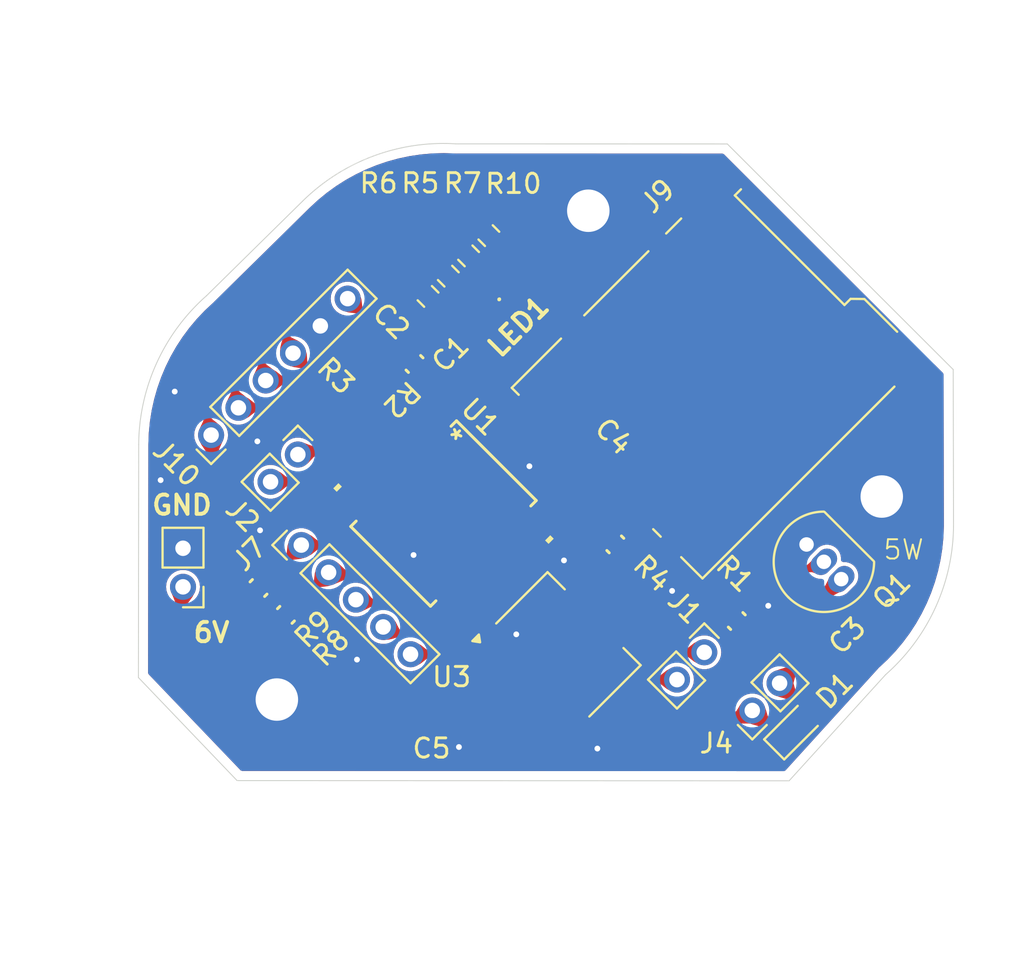
<source format=kicad_pcb>
(kicad_pcb (version 20240108) (generator "pcbnew") (generator_version "8.0")
  (layers (0 "F.Cu" signal) (31 "B.Cu" signal) (34 "B.Paste" user) (35 "F.Paste" user) (36 "B.SilkS" user "B.Silkscreen") (37 "F.SilkS" user "F.Silkscreen") (38 "B.Mask" user) (39 "F.Mask" user) (44 "Edge.Cuts" user))
  (net 0 "")
  (net 1 "GND")
  (net 2 "MCLR")
  (net 3 "LED_G")
  (net 4 "LED_B")
  (net 5 "LED_R")
  (net 6 "3.3V")
  (net 7 "SPI_SCK")
  (net 8 "SPI_nCS1")
  (net 9 "SPI_MOSI")
  (net 10 "SPI_MISO")
  (net 11 "RC2")
  (net 12 "Net-(U1-*MCLR{slash}VPP{slash}RA3)")
  (net 13 "SPI_nCS2")
  (net 14 "SPI_nCS3")
  (net 15 "ICSP_DATA")
  (net 16 "ICSP_CLK")
  (net 17 "RC1")
  (net 18 "Net-(Q1-C)")
  (net 19 "DAC")
  (net 20 "Net-(Q1-B)")
  (net 21 "VCC 3.3V")
  (net 22 "Speaker_in ")
  (net 23 "Speaker_out")
  (net 24 "Net-(LED1-CATHODE_GREEN)")
  (net 25 "Net-(LED1-CATHODE_BLUE)")
  (net 26 "Net-(LED1-CATHODE_RED)")
  (net 27 "SD_DETECT")
  (net 28 "RC7")
  (net 29 "RB7")
  (footprint "RT0603DRE0710KL:RC0603N_YAG" (layer "F.Cu") (at 79 77.75 135)
    (property "Reference" "R4" (at -2.404163 0.282843 -45) (layer "F.SilkS"))
    (property "Value" "10 kOhm" (hide yes))
    (fp_line (start 0.08615 -0.5334) (end -0.08615 -0.5334) (stroke (width 0.1524)) (layer "F.SilkS"))
    (fp_line (start -0.08615 0.5334) (end 0.08615 0.5334) (stroke (width 0.1524)) (layer "F.SilkS"))
    (pad "1" smd rect (at -0.774701 0 135) (size 0.762 0.8128) (layers "F.Cu" "F.Paste" "F.Mask") (net 6 "3.3V"))
    (pad "2" smd rect (at 0.774701 0 135) (size 0.762 0.8128) (layers "F.Cu" "F.Paste" "F.Mask") (net 8 "SPI_nCS1"))
    (zone (net 0) (net_name "") (layer "F.Cu") (connect_pads (clearance 0)) (min_thickness 0.254)
      (keepout (tracks not_allowed) (vias not_allowed) (pads allowed) (copperpour not_allowed) (footprints allowed))
      (fill (thermal_gap 0.508) (thermal_bridge_width 0.508))
      (polygon (pts (xy 78.99102 78.243914) (xy 78.506086 77.75898) (xy 79.00898 77.256086) (xy 79.493914 77.74102)))
    )
  )
  (footprint "C0603C103M5RAC7411:CAPC17595_87N_KEM" (layer "F.Cu") (at 88.65 82.75 135)
    (property "Reference" "C3" (at -1.484924 1.85262 45) (layer "F.SilkS"))
    (property "Value" "? uF")
    (pad "1" smd rect (at -0.724999 0 135) (size 0.999999 0.949998) (layers "F.Cu" "F.Paste" "F.Mask") (net 22 "Speaker_in "))
    (pad "2" smd rect (at 0.724999 0 135) (size 0.999999 0.949998) (layers "F.Cu" "F.Paste" "F.Mask") (net 18 "Net-(Q1-C)"))
    (zone (net 0) (net_name "") (layer "F.Cu") (connect_pads (clearance 0)) (min_thickness 0.254)
      (keepout (tracks not_allowed) (vias not_allowed) (pads allowed) (copperpour not_allowed) (footprints allowed))
      (fill (thermal_gap 0.508) (thermal_bridge_width 0.508))
      (polygon (pts (xy 88.473224 83.173132) (xy 88.226868 82.926776) (xy 88.826776 82.326868) (xy 89.073132 82.573224)))
    )
  )
  (footprint "Package_TO_SOT_SMD:SOT-223-3_TabPin2" (layer "F.Cu") (at 76.55 82.95 45)
    (property "Reference" "U3" (at -5.444722 -3.082986 0) (layer "F.SilkS"))
    (property "Value" "NCP1117-3.3_SOT223")
    (fp_line (start -1.85 -3.410001) (end 1.91 -3.41) (stroke (width 0.12)) (layer "F.SilkS"))
    (fp_line (start 1.91 -3.41) (end 1.91 -2.150001) (stroke (width 0.12)) (layer "F.SilkS"))
    (fp_line (start -1.85 3.410001) (end 1.91 3.41) (stroke (width 0.12)) (layer "F.SilkS"))
    (fp_line (start 1.91 3.41) (end 1.91 2.150001) (stroke (width 0.12)) (layer "F.SilkS"))
    (fp_poly (pts (xy -3.13 -3.31) (xy -3.37 -3.64) (xy -2.89 -3.64) (xy -3.13 -3.31)) (stroke (width 0.12)) (fill solid) (layer "F.SilkS"))
    (pad "1" smd roundrect (at -3.15 -2.3 45) (size 2 1.5) (layers "F.Cu" "F.Paste" "F.Mask") (net 1 "GND"))
    (pad "2" smd roundrect (at -3.149999 0 45) (size 2 1.5) (layers "F.Cu" "F.Paste" "F.Mask") (net 6 "3.3V"))
    (pad "2" smd roundrect (at 3.149999 0 45) (size 2 3.8) (layers "F.Cu" "F.Paste" "F.Mask") (net 6 "3.3V"))
    (pad "3" smd roundrect (at -3.15 2.3 45) (size 2 1.5) (layers "F.Cu" "F.Paste" "F.Mask") (net 23 "Speaker_out"))
  )
  (footprint "Connector_Card:microSD_HC_Hirose_DM3BT-DSF-PEJS" (layer "F.Cu") (at 84.15 69 135)
    (property "Reference" "J9" (at 8.662058 4.490128 45) (layer "F.SilkS"))
    (property "Value" "DM3BT-DSF-PEJS")
    (fp_line (start 6.985 -7.885) (end 6.984999 -4.275) (stroke (width 0.12)) (layer "F.SilkS"))
    (fp_line (start 6.474999 -7.885) (end 6.985 -7.885) (stroke (width 0.12)) (layer "F.SilkS"))
    (fp_line (start 6.985 -2.575) (end 6.985 2.125) (stroke (width 0.12)) (layer "F.SilkS"))
    (fp_line (start -3.374999 -7.885) (end -3.925 -7.885) (stroke (width 0.12)) (layer "F.SilkS"))
    (fp_line (start 6.985 3.425) (end 6.985 4.525) (stroke (width 0.12)) (layer "F.SilkS"))
    (fp_line (start -6.985 -7.885) (end -5.425 -7.885) (stroke (width 0.12)) (layer "F.SilkS"))
    (fp_line (start -6.985 -7.885) (end -6.984999 6.175) (stroke (width 0.12)) (layer "F.SilkS"))
    (fp_line (start 5.865 7.335) (end 5.865 7.785) (stroke (width 0.12)) (layer "F.SilkS"))
    (fp_line (start 5.865 7.335) (end -2.165 7.335) (stroke (width 0.12)) (layer "F.SilkS"))
    (fp_line (start -2.165 7.335) (end -2.165 7.785) (stroke (width 0.12)) (layer "F.SilkS"))
    (fp_line (start -2.665 8.275) (end -2.165 7.785) (stroke (width 0.12)) (layer "F.SilkS"))
    (fp_line (start -5.075 8.285) (end -2.675 8.285) (stroke (width 0.12)) (layer "F.SilkS"))
    (pad "1" smd rect (at -2.775 -7.625 135) (size 0.7 1.4) (layers "F.Cu" "F.Paste" "F.Mask"))
    (pad "2" smd rect (at -1.675 -7.625 135) (size 0.7 1.4) (layers "F.Cu" "F.Paste" "F.Mask") (net 8 "SPI_nCS1"))
    (pad "3" smd rect (at -0.575 -7.625 135) (size 0.7 1.4) (layers "F.Cu" "F.Paste" "F.Mask") (net 9 "SPI_MOSI"))
    (pad "4" smd rect (at 0.525 -7.625 135) (size 0.7 1.4) (layers "F.Cu" "F.Paste" "F.Mask") (net 6 "3.3V"))
    (pad "5" smd rect (at 1.625 -7.625 135) (size 0.7 1.4) (layers "F.Cu" "F.Paste" "F.Mask") (net 7 "SPI_SCK"))
    (pad "6" smd rect (at 2.725 -7.625 135) (size 0.7 1.4) (layers "F.Cu" "F.Paste" "F.Mask") (net 1 "GND"))
    (pad "7" smd rect (at 3.825 -7.625 135) (size 0.7 1.4) (layers "F.Cu" "F.Paste" "F.Mask") (net 10 "SPI_MISO"))
    (pad "8" smd rect (at 4.925 -7.625 135) (size 0.7 1.4) (layers "F.Cu" "F.Paste" "F.Mask"))
    (pad "9" smd rect (at 5.875 -7.725 135) (size 0.7 1.2) (layers "F.Cu" "F.Paste" "F.Mask") (net 27 "SD_DETECT"))
    (pad "10" smd rect (at 6.725 2.775 135) (size 1.2 0.8) (layers "F.Cu" "F.Paste" "F.Mask") (net 1 "GND"))
    (pad "11" smd rect (at -6.575001 7.375 135) (size 1.5 1.9) (layers "F.Cu" "F.Paste" "F.Mask"))
    (pad "11" smd rect (at -5.825 7.825001 180) (size 0.2 0.2) (layers "F.Cu" "F.Paste" "F.Mask"))
    (pad "11" smd rect (at -5.575 8.075 135) (size 0.5 0.5) (layers "F.Cu" "F.Paste" "F.Mask"))
    (pad "11" smd rect (at -4.675 -7.625 135) (size 1 1.4) (layers "F.Cu" "F.Paste" "F.Mask"))
    (pad "11" smd rect (at 6.725 -3.425 135) (size 1.2 1.2) (layers "F.Cu" "F.Paste" "F.Mask"))
    (pad "11" smd rect (at 6.725 6.375 135) (size 1.2 3.2) (layers "F.Cu" "F.Paste" "F.Mask"))
    (zone (net 0) (net_name "") (layer "F.Cu") (connect_pads (clearance 0)) (min_thickness 0.254)
      (keepout (tracks not_allowed) (vias not_allowed) (pads not_allowed) (copperpour not_allowed) (footprints not_allowed))
      (fill (thermal_gap 0.508) (thermal_bridge_width 0.508))
      (polygon (pts (xy 76.725379 67.267588) (xy 76.195049 66.737258) (xy 73.896952 69.035355) (xy 74.427282 69.565685)))
    )
    (zone (net 0) (net_name "") (layer "F.Cu") (connect_pads (clearance 0)) (min_thickness 0.254)
      (keepout (tracks not_allowed) (vias not_allowed) (pads not_allowed) (copperpour not_allowed) (footprints not_allowed))
      (fill (thermal_gap 0.508) (thermal_bridge_width 0.508))
      (polygon (pts (xy 80.119491 63.873476) (xy 79.589161 63.343146) (xy 77.043577 65.88873) (xy 77.573907 66.41906)))
    )
  )
  (footprint "RT0402BRD07470RL:RC0402N_YAG" (layer "F.Cu") (at 66.05 70.55 135)
    (property "Reference" "R3" (at 2.158325 0.010177 -45) (layer "F.SilkS"))
    (property "Value" "470 Ohm" (hide yes))
    (pad "1" smd rect (at -0.5588 0 135) (size 0.6604 0.508) (layers "F.Cu" "F.Paste" "F.Mask") (net 12 "Net-(U1-*MCLR{slash}VPP{slash}RA3)"))
    (pad "2" smd rect (at 0.5588 0 135) (size 0.6604 0.508) (layers "F.Cu" "F.Paste" "F.Mask") (net 2 "MCLR"))
    (zone (net 0) (net_name "") (layer "F.Cu") (connect_pads (clearance 0)) (min_thickness 0.254)
      (keepout (tracks not_allowed) (vias not_allowed) (pads allowed) (copperpour not_allowed) (footprints allowed))
      (fill (thermal_gap 0.508) (thermal_bridge_width 0.508))
      (polygon (pts (xy 66.032039 70.819408) (xy 65.780592 70.567961) (xy 66.067961 70.280592) (xy 66.319408 70.532039)))
    )
  )
  (footprint "C0603C103M5RAC7411:CAPC17595_87N_KEM" (layer "F.Cu") (at 66.25 68.45 135)
    (property "Reference" "C2" (at 0.799031 2.411234 -45) (layer "F.SilkS"))
    (property "Value" "0.1 uF" (hide yes))
    (pad "1" smd rect (at -0.724999 0 135) (size 0.999999 0.949998) (layers "F.Cu" "F.Paste" "F.Mask") (net 2 "MCLR"))
    (pad "2" smd rect (at 0.724999 0 135) (size 0.999999 0.949998) (layers "F.Cu" "F.Paste" "F.Mask") (net 1 "GND"))
    (zone (net 0) (net_name "") (layer "F.Cu") (connect_pads (clearance 0)) (min_thickness 0.254)
      (keepout (tracks not_allowed) (vias not_allowed) (pads allowed) (copperpour not_allowed) (footprints allowed))
      (fill (thermal_gap 0.508) (thermal_bridge_width 0.508))
      (polygon (pts (xy 66.073224 68.873132) (xy 65.826868 68.626776) (xy 66.426776 68.026868) (xy 66.673132 68.273224)))
    )
  )
  (footprint "Connector_PinHeader_2.00mm:PinHeader_1x05_P2.00mm_Vertical" (layer "F.Cu") (at 62.735786 77.785786 45)
    (property "Reference" "J7" (at -2.227386 -1.570889 45) (layer "F.SilkS"))
    (property "Value" "SPI_out")
    (fp_line (start -1.06 -1.06) (end 0 -1.06) (stroke (width 0.12)) (layer "F.SilkS"))
    (fp_line (start -1.06 0) (end -1.06 -1.06) (stroke (width 0.12)) (layer "F.SilkS"))
    (fp_line (start -1.06 1) (end 1.06 1) (stroke (width 0.12)) (layer "F.SilkS"))
    (fp_line (start -1.06 1) (end -1.06 9.06) (stroke (width 0.12)) (layer "F.SilkS"))
    (fp_line (start 1.06 1) (end 1.06 9.06) (stroke (width 0.12)) (layer "F.SilkS"))
    (fp_line (start -1.06 9.06) (end 1.06 9.06) (stroke (width 0.12)) (layer "F.SilkS"))
    (pad "1" thru_hole oval (at 0 0 45) (size 1.35 1.35) (drill 0.8) (layers "*.Cu" "*.Mask") (net 13 "SPI_nCS2"))
    (pad "2" thru_hole oval (at 0 2.000001 45) (size 1.35 1.35) (drill 0.8) (layers "*.Cu" "*.Mask") (net 14 "SPI_nCS3"))
    (pad "3" thru_hole oval (at 0 4 45) (size 1.35 1.35) (drill 0.8) (layers "*.Cu" "*.Mask") (net 10 "SPI_MISO"))
    (pad "4" thru_hole oval (at 0 6 45) (size 1.35 1.35) (drill 0.8) (layers "*.Cu" "*.Mask") (net 7 "SPI_SCK"))
    (pad "5" thru_hole oval (at 0 8 45) (size 1.35 1.35) (drill 0.8) (layers "*.Cu" "*.Mask") (net 9 "SPI_MOSI"))
  )
  (footprint "Connector_PinHeader_2.00mm:PinHeader_1x06_P2.00mm_Vertical" (layer "F.Cu") (at 58.064466 72.085534 135)
    (property "Reference" "J10" (at 0.226274 -2.311484 135) (layer "F.SilkS"))
    (property "Value" "Conn_01x06")
    (fp_line (start 1.06 1) (end 1.06 11.06) (stroke (width 0.12)) (layer "F.SilkS"))
    (fp_line (start -1.06 -1.06) (end 0 -1.06) (stroke (width 0.12)) (layer "F.SilkS"))
    (fp_line (start -1.06 0) (end -1.06 -1.06) (stroke (width 0.12)) (layer "F.SilkS"))
    (fp_line (start -1.06 1) (end 1.06 1) (stroke (width 0.12)) (layer "F.SilkS"))
    (fp_line (start -1.06 1) (end -1.06 11.06) (stroke (width 0.12)) (layer "F.SilkS"))
    (fp_line (start -1.06 11.06) (end 1.06 11.06) (stroke (width 0.12)) (layer "F.SilkS"))
    (pad "1" thru_hole oval (at 0 0 135) (size 1.35 1.35) (drill 0.8) (layers "*.Cu" "*.Mask") (net 6 "3.3V"))
    (pad "2" thru_hole oval (at 0 2.000001 135) (size 1.35 1.35) (drill 0.8) (layers "*.Cu" "*.Mask") (net 4 "LED_B"))
    (pad "3" thru_hole oval (at 0 4 135) (size 1.35 1.35) (drill 0.8) (layers "*.Cu" "*.Mask") (net 3 "LED_G"))
    (pad "4" thru_hole oval (at 0 6 135) (size 1.35 1.35) (drill 0.8) (layers "*.Cu" "*.Mask") (net 5 "LED_R"))
    (pad "5" thru_hole trapezoid (at 0 8 135) (size 1.35 1.35) (drill 0.8) (layers "*.Cu" "*.Mask") (net 1 "GND"))
    (pad "6" thru_hole oval (at 0 10 135) (size 1.35 1.35) (drill 0.8) (layers "*.Cu" "*.Mask") (net 2 "MCLR"))
  )
  (footprint "Resistor_SMD:R_0603_1608Metric" (layer "F.Cu") (at 69.3 64.900001 135)
    (property "Reference" "R6" (at 5.960911 2.340524 0) (layer "F.SilkS"))
    (property "Value" "130")
    (fp_line (start -0.237258 -0.5225) (end 0.237258 -0.5225) (stroke (width 0.12)) (layer "F.SilkS"))
    (fp_line (start -0.237258 0.5225) (end 0.237258 0.5225) (stroke (width 0.12)) (layer "F.SilkS"))
    (pad "1" smd roundrect (at -0.825 0 135) (size 0.8 0.95) (layers "F.Cu" "F.Paste" "F.Mask") (net 26 "Net-(LED1-CATHODE_RED)"))
    (pad "2" smd roundrect (at 0.825 0 135) (size 0.8 0.95) (layers "F.Cu" "F.Paste" "F.Mask") (net 5 "LED_R"))
  )
  (footprint "RT0603DRE0710KL:RC0603N_YAG" (layer "F.Cu") (at 85.29 81.72 135)
    (property "Reference" "R1" (at 1.803122 1.661701 -45) (layer "F.SilkS"))
    (property "Value" "10 kOhm")
    (fp_line (start 0.08615 -0.5334) (end -0.08615 -0.5334) (stroke (width 0.1524)) (layer "F.SilkS"))
    (fp_line (start -0.08615 0.5334) (end 0.08615 0.5334) (stroke (width 0.1524)) (layer "F.SilkS"))
    (pad "1" smd rect (at -0.774701 0 135) (size 0.762 0.8128) (layers "F.Cu" "F.Paste" "F.Mask") (net 19 "DAC"))
    (pad "2" smd rect (at 0.774701 0 135) (size 0.762 0.8128) (layers "F.Cu" "F.Paste" "F.Mask") (net 20 "Net-(Q1-B)"))
    (zone (net 0) (net_name "") (layer "F.Cu") (connect_pads (clearance 0)) (min_thickness 0.254)
      (keepout (tracks not_allowed) (vias not_allowed) (pads allowed) (copperpour not_allowed) (footprints allowed))
      (fill (thermal_gap 0.508) (thermal_bridge_width 0.508))
      (polygon (pts (xy 85.28102 82.213914) (xy 84.796086 81.72898) (xy 85.29898 81.226086) (xy 85.783914 81.71102)))
    )
  )
  (footprint "C0603C103M5RAC7411:CAPC17595_87N_KEM" (layer "F.Cu") (at 72.5 87.52 -90)
    (property "Reference" "C5" (at 0.8 3.02 0) (layer "F.SilkS"))
    (property "Value" "? uF")
    (pad "1" smd rect (at -0.724999 0 270) (size 0.999999 0.949998) (layers "F.Cu" "F.Paste" "F.Mask") (net 23 "Speaker_out"))
    (pad "2" smd rect (at 0.724999 0 270) (size 0.999999 0.949998) (layers "F.Cu" "F.Paste" "F.Mask") (net 1 "GND"))
    (zone (net 0) (net_name "") (layer "F.Cu") (connect_pads (clearance 0)) (min_thickness 0.254)
      (keepout (tracks not_allowed) (vias not_allowed) (pads allowed) (copperpour not_allowed) (footprints allowed))
      (fill (thermal_gap 0.508) (thermal_bridge_width 0.508))
      (polygon (pts (xy 72.924199 87.3458) (xy 72.924199 87.6942) (xy 72.075801 87.6942) (xy 72.075801 87.3458)))
    )
  )
  (footprint "Connector_PinHeader_2.00mm:PinHeader_1x02_P2.00mm_Vertical" (layer "F.Cu") (at 86.092893 86.357107 135)
    (property "Reference" "J4" (at 0.113137 -2.521391 0) (layer "F.SilkS"))
    (property "Value" "Aout")
    (fp_line (start 1.06 1) (end 1.06 3.06) (stroke (width 0.12)) (layer "F.SilkS"))
    (fp_line (start -1.06 -1.06) (end 0 -1.06) (stroke (width 0.12)) (layer "F.SilkS"))
    (fp_line (start -1.06 0) (end -1.06 -1.06) (stroke (width 0.12)) (layer "F.SilkS"))
    (fp_line (start -1.06 1) (end 1.06 1) (stroke (width 0.12)) (layer "F.SilkS"))
    (fp_line (start -1.06 1) (end -1.06 3.06) (stroke (width 0.12)) (layer "F.SilkS"))
    (fp_line (start -1.06 3.06) (end 1.06 3.06) (stroke (width 0.12)) (layer "F.SilkS"))
    (pad "1" thru_hole oval (at 0 0 135) (size 1.35 1.35) (drill 0.8) (layers "*.Cu" "*.Mask") (net 23 "Speaker_out"))
    (pad "2" thru_hole circle (at 0 2.000001 135) (size 1.35 1.35) (drill 0.8) (layers "*.Cu" "*.Mask") (net 22 "Speaker_in "))
  )
  (footprint "Resistor_SMD:R_0603_1608Metric" (layer "F.Cu") (at 72.45 61.75 135)
    (property "Reference" "R10" (at 1.004092 2.800143 0) (layer "F.SilkS"))
    (property "Value" "130")
    (fp_line (start -0.237258 -0.5225) (end 0.237258 -0.5225) (stroke (width 0.12)) (layer "F.SilkS"))
    (fp_line (start -0.237258 0.5225) (end 0.237258 0.5225) (stroke (width 0.12)) (layer "F.SilkS"))
    (pad "1" smd roundrect (at -0.825 0 135) (size 0.8 0.95) (layers "F.Cu" "F.Paste" "F.Mask") (net 25 "Net-(LED1-CATHODE_BLUE)"))
    (pad "2" smd roundrect (at 0.825 0 135) (size 0.8 0.95) (layers "F.Cu" "F.Paste" "F.Mask") (net 4 "LED_B"))
  )
  (footprint "Diode_SMD:D_0603_1608Metric_Pad1.05x0.95mm_HandSolder" (layer "F.Cu") (at 88.4 87.2 45)
    (property "Reference" "D1" (at 2.71529 0.056569 45) (layer "F.SilkS"))
    (property "Value" "D")
    (fp_line (start -1.66 -0.735) (end -1.66 0.735) (stroke (width 0.12)) (layer "F.SilkS"))
    (fp_line (start -1.66 0.735) (end 0.8 0.735) (stroke (width 0.12)) (layer "F.SilkS"))
    (fp_line (start 0.8 -0.735) (end -1.66 -0.735) (stroke (width 0.12)) (layer "F.SilkS"))
    (pad "1" smd roundrect (at -0.874999 0 45) (size 1.05 0.95) (layers "F.Cu" "F.Paste" "F.Mask") (net 23 "Speaker_out"))
    (pad "2" smd roundrect (at 0.874999 0 45) (size 1.05 0.95) (layers "F.Cu" "F.Paste" "F.Mask") (net 22 "Speaker_in "))
  )
  (footprint "Connector_PinHeader_2.00mm:PinHeader_1x02_P2.00mm_Vertical" (layer "F.Cu") (at 62.557107 73.092893 -45)
    (property "Reference" "J2" (at 0.212132 4.252692 135) (layer "F.SilkS"))
    (property "Value" "PowerSupply")
    (fp_line (start -1.06 3.06) (end 1.06 3.06) (stroke (width 0.12)) (layer "F.SilkS"))
    (fp_line (start -1.06 1) (end -1.06 3.06) (stroke (width 0.12)) (layer "F.SilkS"))
    (fp_line (start -1.06 1) (end 1.06 1) (stroke (width 0.12)) (layer "F.SilkS"))
    (fp_line (start -1.06 0) (end -1.06 -1.06) (stroke (width 0.12)) (layer "F.SilkS"))
    (fp_line (start -1.06 -1.06) (end 0 -1.06) (stroke (width 0.12)) (layer "F.SilkS"))
    (fp_line (start 1.06 1) (end 1.06 3.06) (stroke (width 0.12)) (layer "F.SilkS"))
    (pad "1" thru_hole oval (at 0 0 315) (size 1.35 1.35) (drill 0.8) (layers "*.Cu" "*.Mask") (net 28 "RC7"))
    (pad "2" thru_hole oval (at 0 2.000001 315) (size 1.35 1.35) (drill 0.8) (layers "*.Cu" "*.Mask") (net 29 "RB7"))
  )
  (footprint "MountingHole:MountingHole_2.2mm_M2_DIN965_Pad" (layer "F.Cu") (at 77.6 60.46)
    (property "Reference" "REF**" (hide yes))
    (property "Value" "MountingHole_2.2mm_M2_DIN965_Pad")
    (pad "1" thru_hole circle (at 0 0) (size 3.8 3.8) (drill 2.2) (layers "*.Cu" "*.Mask") (net 1 "GND"))
  )
  (footprint "MountingHole:MountingHole_2.2mm_M2_DIN965_Pad" (layer "F.Cu") (at 92.8 75.27)
    (property "Reference" "REF**" (hide yes))
    (property "Value" "MountingHole_2.2mm_M2_DIN965_Pad" (hide yes))
    (pad "1" thru_hole circle (at 0 0) (size 3.8 3.8) (drill 2.2) (layers "*.Cu" "*.Mask") (net 1 "GND"))
  )
  (footprint "Connector_PinHeader_2.00mm:PinHeader_1x02_P2.00mm_Vertical" (layer "F.Cu") (at 56.61 79.95 180)
    (property "Reference" "J3" (hide yes))
    (property "Value" "PowerSupply")
    (fp_line (start 1.06 1) (end 1.06 3.06) (stroke (width 0.12)) (layer "F.SilkS"))
    (fp_line (start -1.06 3.06) (end 1.06 3.06) (stroke (width 0.12)) (layer "F.SilkS"))
    (fp_line (start -1.06 1) (end 1.06 1) (stroke (width 0.12)) (layer "F.SilkS"))
    (fp_line (start -1.06 1) (end -1.06 3.06) (stroke (width 0.12)) (layer "F.SilkS"))
    (fp_line (start -1.06 0) (end -1.06 -1.06) (stroke (width 0.12)) (layer "F.SilkS"))
    (fp_line (start -1.06 -1.06) (end 0 -1.06) (stroke (width 0.12)) (layer "F.SilkS"))
    (pad "1" thru_hole oval (at 0 0 180) (size 1.35 1.35) (drill 0.8) (layers "*.Cu" "*.Mask") (net 23 "Speaker_out"))
    (pad "2" thru_hole trapezoid (at 0 2 180) (size 1.35 1.35) (drill 0.8) (layers "*.Cu" "*.Mask") (net 1 "GND"))
  )
  (footprint "ASCB-HTC2-0A309:ASCBHTC20A309" (layer "F.Cu") (at 72.049999 65.6 45)
    (property "Reference" "LED1" (at 0.756605 1.972829 -135) (layer "F.SilkS") (effects (font (thickness 0.2) (bold yes))))
    (property "Value" "ASCB-HTC2-0A309" (hide yes))
    (fp_line (start 1 0.275) (end 1 0.275) (stroke (width 0.1)) (layer "F.SilkS"))
    (fp_line (start 1.1 0.275) (end 1.1 0.275) (stroke (width 0.1)) (layer "F.SilkS"))
    (fp_arc (start 1 0.275) (mid 1.05 0.224999) (end 1.1 0.275) (stroke (width 0.1)) (layer "F.SilkS"))
    (fp_arc (start 1.1 0.275) (mid 1.05 0.325) (end 1 0.275) (stroke (width 0.1)) (layer "F.SilkS"))
    (pad "1" smd rect (at 0.388 0.275 135) (size 0.35 0.525) (layers "F.Cu" "F.Paste" "F.Mask") (net 6 "3.3V"))
    (pad "2" smd rect (at 0.388 -0.275 135) (size 0.35 0.525) (layers "F.Cu" "F.Paste" "F.Mask") (net 25 "Net-(LED1-CATHODE_BLUE)"))
    (pad "3" smd rect (at -0.388 -0.275 135) (size 0.35 0.525) (layers "F.Cu" "F.Paste" "F.Mask") (net 24 "Net-(LED1-CATHODE_GREEN)"))
    (pad "4" smd rect (at -0.388 0.275 135) (size 0.35 0.525) (layers "F.Cu" "F.Paste" "F.Mask") (net 26 "Net-(LED1-CATHODE_RED)"))
  )
  (footprint "C0603C103M5RAC7411:CAPC17595_87N_KEM" (layer "F.Cu") (at 70.862652 69.537348 -135)
    (property "Reference" "C1" (at -0.887204 1.45664 45) (layer "F.SilkS"))
    (property "Value" "0.1 uF" (hide yes))
    (pad "1" smd rect (at -0.724999 0 225) (size 0.999999 0.949998) (layers "F.Cu" "F.Paste" "F.Mask") (net 1 "GND"))
    (pad "2" smd rect (at 0.724999 0 225) (size 0.999999 0.949998) (layers "F.Cu" "F.Paste" "F.Mask") (net 21 "VCC 3.3V"))
    (zone (net 0) (net_name "") (layer "F.Cu") (connect_pads (clearance 0)) (min_thickness 0.254)
      (keepout (tracks not_allowed) (vias not_allowed) (pads allowed) (copperpour not_allowed) (footprints allowed))
      (fill (thermal_gap 0.508) (thermal_bridge_width 0.508))
      (polygon (pts (xy 71.285784 69.714124) (xy 71.039428 69.96048) (xy 70.43952 69.360572) (xy 70.685876 69.114216)))
    )
  )
  (footprint "Connector_PinHeader_2.00mm:PinHeader_1x02_P2.00mm_Vertical" (layer "F.Cu") (at 83.607107 83.342893 -45)
    (property "Reference" "J1" (at -2.368808 -0.944543 135) (layer "F.SilkS"))
    (property "Value" "PowerSupply")
    (fp_line (start -1.06 3.06) (end 1.06 3.06) (stroke (width 0.12)) (layer "F.SilkS"))
    (fp_line (start -1.06 1) (end -1.06 3.06) (stroke (width 0.12)) (layer "F.SilkS"))
    (fp_line (start -1.06 1) (end 1.06 1) (stroke (width 0.12)) (layer "F.SilkS"))
    (fp_line (start -1.06 0) (end -1.06 -1.06) (stroke (width 0.12)) (layer "F.SilkS"))
    (fp_line (start -1.06 -1.06) (end 0 -1.06) (stroke (width 0.12)) (layer "F.SilkS"))
    (fp_line (start 1.06 1) (end 1.06 3.06) (stroke (width 0.12)) (layer "F.SilkS"))
    (pad "1" thru_hole oval (at 0 0 315) (size 1.35 1.35) (drill 0.8) (layers "*.Cu" "*.Mask") (net 15 "ICSP_DATA"))
    (pad "2" thru_hole oval (at 0 2.000001 315) (size 1.35 1.35) (drill 0.8) (layers "*.Cu" "*.Mask") (net 16 "ICSP_CLK"))
  )
  (footprint "MountingHole:MountingHole_2.2mm_M2_DIN965_Pad" (layer "F.Cu") (at 61.47 85.79)
    (property "Reference" "REF**" (hide yes))
    (property "Value" "MountingHole_2.2mm_M2_DIN965_Pad")
    (pad "1" thru_hole circle (at 0 0) (size 3.8 3.8) (drill 2.2) (layers "*.Cu" "*.Mask") (net 1 "GND"))
  )
  (footprint "Package_TO_SOT_THT:TO-92_Inline" (layer "F.Cu") (at 90.7 79.55 135)
    (property "Reference" "Q1" (at -2.276884 1.428356 45) (layer "F.SilkS"))
    (property "Value" "BC338" (hide yes))
    (fp_line (start -0.53 1.85) (end 3.07 1.85) (stroke (width 0.12)) (layer "F.SilkS"))
    (fp_arc (start 1.27 -2.6) (mid 3.672088 -0.994977) (end 3.108478 1.838478) (stroke (width 0.12)) (layer "F.SilkS"))
    (fp_arc (start -0.568478 1.838478) (mid -1.132088 -0.994977) (end 1.27 -2.6) (stroke (width 0.12)) (layer "F.SilkS"))
    (pad "1" thru_hole oval (at 0 0 135) (size 1.05 1.5) (drill 0.75) (layers "*.Cu" "*.Mask") (net 18 "Net-(Q1-C)"))
    (pad "2" thru_hole oval (at 1.270001 0 135) (size 1.05 1.5) (drill 0.75) (layers "*.Cu" "*.Mask") (net 20 "Net-(Q1-B)"))
    (pad "3" thru_hole trapezoid (at 2.54 0 135) (size 1.05 1.5) (drill 0.75) (layers "*.Cu" "*.Mask") (net 1 "GND"))
  )
  (footprint "RT0603DRE0710KL:RC0603N_YAG" (layer "F.Cu") (at 68.6 68.4 135)
    (property "Reference" "R2" (at -0.848528 -1.767767 -135) (layer "F.SilkS"))
    (property "Value" "10 kOhm" (hide yes))
    (fp_line (start 0.08615 -0.5334) (end -0.08615 -0.5334) (stroke (width 0.1524)) (layer "F.SilkS"))
    (fp_line (start -0.08615 0.5334) (end 0.08615 0.5334) (stroke (width 0.1524)) (layer "F.SilkS"))
    (pad "1" smd rect (at -0.774701 0 135) (size 0.762 0.8128) (layers "F.Cu" "F.Paste" "F.Mask") (net 21 "VCC 3.3V"))
    (pad "2" smd rect (at 0.774701 0 135) (size 0.762 0.8128) (layers "F.Cu" "F.Paste" "F.Mask") (net 2 "MCLR"))
    (zone (net 0) (net_name "") (layer "F.Cu") (connect_pads (clearance 0)) (min_thickness 0.254)
      (keepout (tracks not_allowed) (vias not_allowed) (pads allowed) (copperpour not_allowed) (footprints allowed))
      (fill (thermal_gap 0.508) (thermal_bridge_width 0.508))
      (polygon (pts (xy 68.59102 68.893914) (xy 68.106086 68.40898) (xy 68.60898 67.906086) (xy 69.093914 68.39102)))
    )
  )
  (footprint "C0603C103M5RAC7411:CAPC17595_87N_KEM" (layer "F.Cu") (at 76.38 75 135)
    (property "Reference" "C4" (at 0.233345 3.797163 -45) (layer "F.SilkS"))
    (property "Value" "0.1 uF")
    (pad "1" smd rect (at -0.724999 0 135) (size 0.999999 0.949998) (layers "F.Cu" "F.Paste" "F.Mask") (net 6 "3.3V"))
    (pad "2" smd rect (at 0.724999 0 135) (size 0.999999 0.949998) (layers "F.Cu" "F.Paste" "F.Mask") (net 1 "GND"))
    (zone (net 0) (net_name "") (layer "F.Cu") (connect_pads (clearance 0)) (min_thickness 0.254)
      (keepout (tracks not_allowed) (vias not_allowed) (pads allowed) (copperpour not_allowed) (footprints allowed))
      (fill (thermal_gap 0.508) (thermal_bridge_width 0.508))
      (polygon (pts (xy 76.203224 75.423132) (xy 75.956868 75.176776) (xy 76.556776 74.576868) (xy 76.803132 74.823224)))
    )
  )
  (footprint "RT0603DRE0710KL:RC0603N_YAG" (layer "F.Cu") (at 61.94 81.4 45)
    (property "Reference" "R8" (at 0.445477 2.863782 45) (layer "F.SilkS"))
    (property "Value" "10 kOhm" (hide yes))
    (fp_line (start 0.08615 -0.5334) (end -0.08615 -0.5334) (stroke (width 0.1524)) (layer "F.SilkS"))
    (fp_line (start -0.08615 0.5334) (end 0.08615 0.5334) (stroke (width 0.1524)) (layer "F.SilkS"))
    (pad "1" smd rect (at -0.774701 0 45) (size 0.762 0.8128) (layers "F.Cu" "F.Paste" "F.Mask") (net 6 "3.3V"))
    (pad "2" smd rect (at 0.774701 0 45) (size 0.762 0.8128) (layers "F.Cu" "F.Paste" "F.Mask") (net 14 "SPI_nCS3"))
    (zone (net 0) (net_name "") (layer "F.Cu") (connect_pads (clearance 0)) (min_thickness 0.254)
      (keepout (tracks not_allowed) (vias not_allowed) (pads allowed) (copperpour not_allowed) (footprints allowed))
      (fill (thermal_gap 0.508) (thermal_bridge_width 0.508))
      (polygon (pts (xy 61.446086 81.39102) (xy 61.93102 80.906086) (xy 62.433914 81.40898) (xy 61.94898 81.893914)))
    )
  )
  (footprint "RT0603DRE0710KL:RC0603N_YAG" (layer "F.Cu") (at 60.52 80.01 45)
    (property "Reference" "R9" (at 0.487904 3.514321 45) (layer "F.SilkS"))
    (property "Value" "10 kOhm" (hide yes))
    (fp_line (start 0.08615 -0.5334) (end -0.08615 -0.5334) (stroke (width 0.1524)) (layer "F.SilkS"))
    (fp_line (start -0.08615 0.5334) (end 0.08615 0.5334) (stroke (width 0.1524)) (layer "F.SilkS"))
    (pad "1" smd rect (at -0.774701 0 45) (size 0.762 0.8128) (layers "F.Cu" "F.Paste" "F.Mask") (net 6 "3.3V"))
    (pad "2" smd rect (at 0.774701 0 45) (size 0.762 0.8128) (layers "F.Cu" "F.Paste" "F.Mask") (net 13 "SPI_nCS2"))
    (zone (net 0) (net_name "") (layer "F.Cu") (connect_pads (clearance 0)) (min_thickness 0.254)
      (keepout (tracks not_allowed) (vias not_allowed) (pads allowed) (copperpour not_allowed) (footprints allowed))
      (fill (thermal_gap 0.508) (thermal_bridge_width 0.508))
      (polygon (pts (xy 60.026086 80.00102) (xy 60.51102 79.516086) (xy 61.013914 80.01898) (xy 60.52898 80.503914)))
    )
  )
  (footprint "PIC18F15Q41-I-SS:SSOP20_SS_MCH" (layer "F.Cu") (at 70.1 76.15 -45)
    (property "Reference" "U1" (at -2.192031 -4.879037 -45) (layer "F.SilkS"))
    (property "Value" "PIC18F15Q41-I/SS" (hide yes))
    (fp_line (start -2.921 3.8735) (end 2.921 3.8735) (stroke (width 0.1524)) (layer "F.SilkS"))
    (fp_line (start -2.921 3.473238) (end -2.921 3.8735) (stroke (width 0.1524)) (layer "F.SilkS"))
    (fp_line (start 2.921 3.8735) (end 2.920999 3.47324) (stroke (width 0.1524)) (layer "F.SilkS"))
    (fp_line (start -2.921 -3.8735) (end -2.920999 -3.47324) (stroke (width 0.1524)) (layer "F.SilkS"))
    (fp_line (start 2.921 -3.473238) (end 2.921 -3.8735) (stroke (width 0.1524)) (layer "F.SilkS"))
    (fp_line (start 2.921 -3.8735) (end -2.921 -3.8735) (stroke (width 0.1524)) (layer "F.SilkS"))
    (fp_poly (pts (xy -4.9601 2.734498) (xy -4.960099 3.115498) (xy -4.706099 3.115498) (xy -4.706099 2.734499)) (fill solid) (layer "F.SilkS"))
    (fp_poly (pts (xy 4.960099 -3.115498) (xy 4.9601 -2.734498) (xy 4.706099 -2.734499) (xy 4.706099 -3.115498)) (fill solid) (layer "F.SilkS"))
    (fp_text user "*" (at -2.439518 -3.075914 135) (layer "F.SilkS"))
    (pad "1" smd rect (at -3.6322 -2.925 315) (size 1.639799 0.431) (layers "F.Cu" "F.Paste" "F.Mask") (net 21 "VCC 3.3V"))
    (pad "2" smd rect (at -3.6322 -2.274999 315) (size 1.639799 0.431) (layers "F.Cu" "F.Paste" "F.Mask") (net 27 "SD_DETECT"))
    (pad "3" smd rect (at -3.6322 -1.625001 315) (size 1.639799 0.431) (layers "F.Cu" "F.Paste" "F.Mask") (net 14 "SPI_nCS3"))
    (pad "4" smd rect (at -3.6322 -0.974999 315) (size 1.639799 0.431) (layers "F.Cu" "F.Paste" "F.Mask") (net 12 "Net-(U1-*MCLR{slash}VPP{slash}RA3)"))
    (pad "5" smd rect (at -3.6322 -0.325001 315) (size 1.639799 0.431) (layers "F.Cu" "F.Paste" "F.Mask") (net 5 "LED_R"))
    (pad "6" smd rect (at -3.6322 0.324998 315) (size 1.639799 0.431) (layers "F.Cu" "F.Paste" "F.Mask") (net 3 "LED_G"))
    (pad "7" smd rect (at -3.6322 0.974999 315) (size 1.639799 0.431) (layers "F.Cu" "F.Paste" "F.Mask") (net 4 "LED_B"))
    (pad "8" smd rect (at -3.6322 1.624998 315) (size 1.639799 0.431) (layers "F.Cu" "F.Paste" "F.Mask") (net 13 "SPI_nCS2"))
    (pad "9" smd rect (at -3.6322 2.274999 315) (size 1.639799 0.431) (layers "F.Cu" "F.Paste" "F.Mask") (net 28 "RC7"))
    (pad "10" smd rect (at -3.6322 2.924998 315) (size 1.639799 0.431) (layers "F.Cu" "F.Paste" "F.Mask") (net 29 "RB7"))
    (pad "11" smd rect (at 3.6322 2.925 315) (size 1.639799 0.431) (layers "F.Cu" "F.Paste" "F.Mask") (net 10 "SPI_MISO"))
    (pad "12" smd rect (at 3.6322 2.275002 315) (size 1.639799 0.431) (layers "F.Cu" "F.Paste" "F.Mask") (net 7 "SPI_SCK"))
    (pad "13" smd rect (at 3.6322 1.625001 315) (size 1.639799 0.431) (layers "F.Cu" "F.Paste" "F.Mask") (net 9 "SPI_MOSI"))
    (pad "14" smd rect (at 3.6322 0.975002 315) (size 1.639799 0.431) (layers "F.Cu" "F.Paste" "F.Mask") (net 11 "RC2"))
    (pad "15" smd rect (at 3.6322 0.325001 315) (size 1.639799 0.431) (layers "F.Cu" "F.Paste" "F.Mask") (net 17 "RC1"))
    (pad "16" smd rect (at 3.6322 -0.324998 315) (size 1.639799 0.431) (layers "F.Cu" "F.Paste" "F.Mask") (net 8 "SPI_nCS1"))
    (pad "17" smd rect (at 3.6322 -0.974999 315) (size 1.639799 0.431) (layers "F.Cu" "F.Paste" "F.Mask") (net 19 "DAC"))
    (pad "18" smd rect (at 3.6322 -1.624998 315) (size 1.639799 0.431) (layers "F.Cu" "F.Paste" "F.Mask") (net 16 "ICSP_CLK"))
    (pad "19" smd rect (at 3.6322 -2.274999 315) (size 1.639799 0.431) (layers "F.Cu" "F.Paste" "F.Mask") (net 15 "ICSP_DATA"))
    (pad "20" smd rect (at 3.6322 -2.924998 315) (size 1.639799 0.431) (layers "F.Cu" "F.Paste" "F.Mask") (net 1 "GND"))
  )
  (footprint "Resistor_SMD:R_0603_1608Metric" (layer "F.Cu") (at 70.349999 63.850001 -45)
    (property "Reference" "R5" (at -4.43356 -2.382951 0) (layer "F.SilkS"))
    (property "Value" "130")
    (fp_line (start -0.237258 0.5225) (end 0.237258 0.5225) (stroke (width 0.12)) (layer "F.SilkS"))
    (fp_line (start -0.237258 -0.5225) (end 0.237258 -0.5225) (stroke (width 0.12)) (layer "F.SilkS"))
    (pad "1" smd roundrect (at -0.825 0 315) (size 0.8 0.95) (layers "F.Cu" "F.Paste" "F.Mask") (net 3 "LED_G"))
    (pad "2" smd roundrect (at 0.825 0 315) (size 0.8 0.95) (layers "F.Cu" "F.Paste" "F.Mask") (net 24 "Net-(LED1-CATHODE_GREEN)"))
  )
  (footprint "Resistor_SMD:R_0603_1608Metric" (layer "F.Cu") (at 71.4 62.8 135)
    (property "Reference" "R7" (at 2.884996 2.446589 0) (layer "F.SilkS"))
    (property "Value" "130")
    (fp_line (start -0.237258 -0.5225) (end 0.237258 -0.5225) (stroke (width 0.12)) (layer "F.SilkS"))
    (fp_line (start -0.237258 0.5225) (end 0.237258 0.5225) (stroke (width 0.12)) (layer "F.SilkS"))
    (pad "1" smd roundrect (at -0.825 0 135) (size 0.8 0.95) (layers "F.Cu" "F.Paste" "F.Mask") (net 25 "Net-(LED1-CATHODE_BLUE)"))
    (pad "2" smd roundrect (at 0.825 0 135) (size 0.8 0.95) (layers "F.Cu" "F.Paste" "F.Mask") (net 4 "LED_B"))
  )
  (gr_line (start 54.3 84.65) (end 54.313985 72.568358) (stroke (width 0.05)) (layer "Edge.Cuts"))
  (gr_line (start 70.743852 56.994589) (end 84.8 57) (stroke (width 0.05)) (layer "Edge.Cuts"))
  (gr_line (start 96.5 68.69) (end 84.8 57) (stroke (width 0.05)) (layer "Edge.Cuts"))
  (gr_line (start 88 90) (end 93.000163 84.498444) (stroke (width 0.05)) (layer "Edge.Cuts"))
  (gr_arc (start 96.516015 76.791642) (mid 95.58 81.02) (end 93.000163 84.498444) (stroke (width 0.05)) (layer "Edge.Cuts"))
  (gr_line (start 54.3 84.65) (end 59.41 89.99) (stroke (width 0.05)) (layer "Edge.Cuts"))
  (gr_line (start 57.829838 64.861556) (end 62.808237 59.958038) (stroke (width 0.05)) (layer "Edge.Cuts"))
  (gr_line (start 88 90) (end 59.41 89.99) (stroke (width 0.05)) (layer "Edge.Cuts"))
  (gr_arc (start 54.313985 72.568358) (mid 55.25 68.34) (end 57.829838 64.861556) (stroke (width 0.05)) (layer "Edge.Cuts"))
  (gr_arc (start 62.808237 59.958038) (mid 66.46 57.63) (end 70.743852 56.994589) (stroke (width 0.05)) (layer "Edge.Cuts"))
  (gr_line (start 96.5 68.69) (end 96.516015 76.791642) (stroke (width 0.05)) (layer "Edge.Cuts"))
  (gr_text "6V" (at 57.05 82.9 0) (layer "F.SilkS") (effects (font (size 1 1) (thickness 0.2) (bold yes)) (justify left bottom)))
  (gr_text "5W" (at 93.93 78.61 0) (layer "F.SilkS") (effects (font (size 1 1) (thickness 0.1)) (justify bottom)))
  (gr_text "GND" (at 54.9 76.3 0) (layer "F.SilkS") (effects (font (size 1 1) (thickness 0.2) (bold yes)) (justify left bottom)))
  (segment (start 72.494999 88.25) (end 72.5 88.244999) (width 0.5) (layer "F.Cu") (net 1))
  (segment (start 78.48 70.816268) (end 78.48 70.8) (width 0.2) (layer "F.Cu") (net 1))
  (segment (start 74.55 73.7) (end 75.08 73.7) (width 0.5) (layer "F.Cu") (net 1))
  (segment (start 76.34 78.253428) (end 74.736639 76.650067) (width 0.2) (layer "F.Cu") (net 1))
  (segment (start 70.9 88.25) (end 72.494999 88.25) (width 0.5) (layer "F.Cu") (net 1))
  (segment (start 76.34 78.58) (end 76.34 78.253428) (width 0.2) (layer "F.Cu") (net 1))
  (segment (start 75.08 73.7) (end 75.867348 74.487348) (width 0.5) (layer "F.Cu") (net 1))
  (segment (start 73.87 82.41) (end 73.837309 82.41) (width 0.2) (layer "F.Cu") (net 1))
  (segment (start 76.831445 72.464823) (end 78.48 70.816268) (width 0.5) (layer "F.Cu") (net 1))
  (via (at 65.62 83.72) (size 0.6) (drill 0.3) (layers "F.Cu" "B.Cu") (net 1))
  (via (at 73.87 82.41) (size 0.6) (drill 0.3) (layers "F.Cu" "B.Cu") (net 1))
  (via (at 78.07 88.33) (size 0.6) (drill 0.3) (layers "F.Cu" "B.Cu") (net 1))
  (via (at 70.9 88.25) (size 0.6) (drill 0.3) (layers "F.Cu" "B.Cu") (net 1))
  (via (at 56.18 69.83) (size 0.6) (drill 0.3) (layers "F.Cu" "B.Cu") (net 1))
  (via (at 86.92 80.93) (size 0.6) (drill 0.3) (layers "F.Cu" "B.Cu") (net 1))
  (via (at 60.6 77.02) (size 0.6) (drill 0.3) (layers "F.Cu" "B.Cu") (net 1))
  (via (at 55.45 74.42) (size 0.6) (drill 0.3) (layers "F.Cu" "B.Cu") (net 1))
  (via (at 81.94 80.16) (size 0.6) (drill 0.3) (layers "F.Cu" "B.Cu") (net 1))
  (via (at 68.55 78.3) (size 0.6) (drill 0.3) (layers "F.Cu" "B.Cu") (net 1))
  (via (at 76.34 78.58) (size 0.6) (drill 0.3) (layers "F.Cu" "B.Cu") (net 1))
  (via (at 74.55 73.7) (size 0.6) (drill 0.3) (layers "F.Cu" "B.Cu") (net 1))
  (via (at 60.46 72.41) (size 0.6) (drill 0.3) (layers "F.Cu" "B.Cu") (net 1))
  (segment (start 67.769271 67.648203) (end 67.769271 68.070313) (width 0.2) (layer "F.Cu") (net 2))
  (segment (start 65.135534 65.014466) (end 67.769271 67.648203) (width 0.2) (layer "F.Cu") (net 2))
  (segment (start 65.623839 70.215746) (end 65.623839 70.238232) (width 0.2) (layer "F.Cu") (net 2))
  (segment (start 67.769272 68.070313) (end 65.623839 70.215746) (width 0.2) (layer "F.Cu") (net 2))
  (segment (start 60.65 66.32) (end 65.02 61.95) (width 0.2) (layer "F.Cu") (net 3))
  (segment (start 60.892893 69.257107) (end 60.65 69.014214) (width 0.2) (layer "F.Cu") (net 3))
  (segment (start 60.65 69.014214) (end 60.65 66.32) (width 0.2) (layer "F.Cu") (net 3))
  (segment (start 60.757107 69.257107) (end 62.74749 69.257107) (width 0.2) (layer "F.Cu") (net 3))
  (segment (start 65.02 61.95) (end 68.449998 61.95) (width 0.2) (layer "F.Cu") (net 3))
  (segment (start 68.449998 61.95) (end 69.766636 63.266638) (width 0.2) (layer "F.Cu") (net 3))
  (segment (start 62.74749 69.257107) (end 67.301838 73.811455) (width 0.2) (layer "F.Cu") (net 3))
  (segment (start 59.27 66.74) (end 64.8 61.21) (width 0.2) (layer "F.Cu") (net 4))
  (segment (start 69.81 61.21) (end 70.816637 62.216637) (width 0.2) (layer "F.Cu") (net 4))
  (segment (start 64.8 61.21) (end 69.81 61.21) (width 0.2) (layer "F.Cu") (net 4))
  (segment (start 59.27132 70.67132) (end 63.242463 70.67132) (width 0.2) (layer "F.Cu") (net 4))
  (segment (start 71.866637 61.166637) (end 70.816637 62.216637) (width 0.2) (layer "F.Cu") (net 4))
  (segment (start 59.47868 70.67132) (end 59.27 70.46264) (width 0.2) (layer "F.Cu") (net 4))
  (segment (start 59.27 70.46264) (end 59.27 66.74) (width 0.2) (layer "F.Cu") (net 4))
  (segment (start 63.242463 70.67132) (end 66.842218 74.271075) (width 0.2) (layer "F.Cu") (net 4))
  (segment (start 61.93 67.465786) (end 61.93 65.96) (width 0.2) (layer "F.Cu") (net 5))
  (segment (start 65.29 62.6) (end 67.26 62.6) (width 0.2) (layer "F.Cu") (net 5))
  (segment (start 62.242893 67.842893) (end 62.307107 67.842893) (width 0.2) (layer "F.Cu") (net 5))
  (segment (start 67.26 62.6) (end 68.716637 64.056637) (width 0.2) (layer "F.Cu") (net 5))
  (segment (start 62.307107 67.842893) (end 61.93 67.465786) (width 0.2) (layer "F.Cu") (net 5))
  (segment (start 68.716637 64.056637) (end 68.716637 64.316638) (width 0.2) (layer "F.Cu") (net 5))
  (segment (start 62.307107 67.900253) (end 67.75869 73.351836) (width 0.2) (layer "F.Cu") (net 5))
  (segment (start 67.75869 73.351836) (end 67.761457 73.351836) (width 0.2) (layer "F.Cu") (net 5))
  (segment (start 62.307107 67.842893) (end 62.307107 67.900253) (width 0.2) (layer "F.Cu") (net 5))
  (segment (start 61.93 65.96) (end 65.29 62.6) (width 0.2) (layer "F.Cu") (net 5))
  (segment (start 76.892652 75.512652) (end 76.937348 75.512652) (width 0.5) (layer "F.Cu") (net 6))
  (segment (start 79.945483 73.525483) (end 78.882055 73.525483) (width 0.5) (layer "F.Cu") (net 6))
  (segment (start 79.547796 78.297796) (end 79.547796 79.952204) (width 0.5) (layer "F.Cu") (net 6))
  (segment (start 78.38708 74.06292) (end 78.38708 74.020458) (width 0.2) (layer "F.Cu") (net 6))
  (segment (start 64.694408 85.34) (end 74.16 85.34) (width 0.5) (layer "F.Cu") (net 6))
  (segment (start 76.937348 75.512652) (end 78.38708 74.06292) (width 0.5) (layer "F.Cu") (net 6))
  (segment (start 79.547796 79.952204) (end 78.777386 80.722614) (width 0.5) (layer "F.Cu") (net 6))
  (segment (start 59.952204 80.597796) (end 59.952204 80.547796) (width 0.2) (layer "F.Cu") (net 6))
  (segment (start 79.547796 78.762204) (end 82.02 76.29) (width 0.5) (layer "F.Cu") (net 6))
  (segment (start 59.952204 80.597796) (end 64.694408 85.34) (width 0.5) (layer "F.Cu") (net 6))
  (segment (start 59.952204 80.547796) (end 58.15 78.745592) (width 0.5) (layer "F.Cu") (net 6))
  (segment (start 58.15 72.228428) (end 57.885786 71.964214) (width 0.5) (layer "F.Cu") (net 6))
  (segment (start 65.03 60.3) (end 57.85 67.48) (width 0.2) (layer "F.Cu") (net 6))
  (segment (start 82.02 75.6) (end 79.945483 73.525483) (width 0.5) (layer "F.Cu") (net 6))
  (segment (start 74.16 85.34) (end 74.322614 85.177386) (width 0.5) (layer "F.Cu") (net 6))
  (segment (start 79.547796 79.952204) (end 79.547796 78.762204) (width 0.5) (layer "F.Cu") (net 6))
  (segment (start 78.882055 73.525483) (end 78.38708 74.020458) (width 0.5) (layer "F.Cu") (net 6))
  (segment (start 72.66 60.3) (end 65.03 60.3) (width 0.2) (layer "F.Cu") (net 6))
  (segment (start 57.85 71.928428) (end 57.885786 71.964214) (width 0.2) (layer "F.Cu") (net 6))
  (segment (start 72.518811 65.520097) (end 73.93 64.108908) (width 0.2) (layer "F.Cu") (net 6))
  (segment (start 73.93 61.57) (end 72.66 60.3) (width 0.2) (layer "F.Cu") (net 6))
  (segment (start 58.15 78.745592) (end 58.15 72.228428) (width 0.5) (layer "F.Cu") (net 6))
  (segment (start 82.02 76.29) (end 82.02 75.6) (width 0.5) (layer "F.Cu") (net 6))
  (segment (start 73.93 64.108908) (end 73.93 61.57) (width 0.2) (layer "F.Cu") (net 6))
  (segment (start 57.85 67.48) (end 57.85 71.928428) (width 0.2) (layer "F.Cu") (net 6))
  (segment (start 66.978427 82.028427) (end 67.35 82.4) (width 0.2) (layer "F.Cu") (net 7))
  (segment (start 77.344618 73.507285) (end 77.609262 73.242641) (width 0.2) (layer "F.Cu") (net 7))
  (segment (start 70.570485 82.4) (end 71.632204 81.338281) (width 0.2) (layer "F.Cu") (net 7))
  (segment (start 73.186486 72.913514) (end 75.865922 72.913514) (width 0.2) (layer "F.Cu") (net 7))
  (segment (start 76.459693 73.507285) (end 77.344618 73.507285) (width 0.2) (layer "F.Cu") (net 7))
  (segment (start 71.632204 81.338281) (end 71.632204 80.899543) (width 0.2) (layer "F.Cu") (net 7))
  (segment (start 71.632204 80.899543) (end 71.059684 80.327023) (width 0.2) (layer "F.Cu") (net 7))
  (segment (start 70.487166 79.754505) (end 70.487166 75.612834) (width 0.2) (layer "F.Cu") (net 7))
  (segment (start 71.059684 80.327023) (end 70.487166 79.754505) (width 0.2) (layer "F.Cu") (net 7))
  (segment (start 75.865922 72.913514) (end 76.459693 73.507285) (width 0.2) (layer "F.Cu") (net 7))
  (segment (start 67.35 82.4) (end 70.570485 82.4) (width 0.2) (layer "F.Cu") (net 7))
  (segment (start 70.487166 75.612834) (end 73.186486 72.913514) (width 0.2) (layer "F.Cu") (net 7))
  (segment (start 78.452204 77.202204) (end 76.452204 77.202204) (width 0.2) (layer "F.Cu") (net 8))
  (segment (start 72.8 75.45) (end 71.8 76.45) (width 0.2) (layer "F.Cu") (net 8))
  (segment (start 71.8 77.390383) (end 72.898162 78.488545) (width 0.2) (layer "F.Cu") (net 8))
  (segment (start 74.7 75.45) (end 72.8 75.45) (width 0.2) (layer "F.Cu") (net 8))
  (segment (start 79.942715 75.576093) (end 78.452204 77.066604) (width 0.2) (layer "F.Cu") (net 8))
  (segment (start 76.452204 77.202204) (end 74.7 75.45) (width 0.2) (layer "F.Cu") (net 8))
  (segment (start 78.452204 77.066604) (end 78.452204 77.202204) (width 0.2) (layer "F.Cu") (net 8))
  (segment (start 71.8 76.45) (end 71.8 77.390383) (width 0.2) (layer "F.Cu") (net 8))
  (segment (start 70.946785 76.103215) (end 72.7 74.35) (width 0.2) (layer "F.Cu") (net 9))
  (segment (start 77.160969 76.802204) (end 79.164897 74.798276) (width 0.2) (layer "F.Cu") (net 9))
  (segment (start 71.519304 79.867402) (end 72.091822 80.43992) (width 0.2) (layer "F.Cu") (net 9))
  (segment (start 72.091822 81.758178) (end 70.40736 83.44264) (width 0.2) (layer "F.Cu") (net 9))
  (segment (start 72.091822 80.43992) (end 72.091822 81.758178) (width 0.2) (layer "F.Cu") (net 9))
  (segment (start 74.165686 74.35) (end 76.61789 76.802204) (width 0.2) (layer "F.Cu") (net 9))
  (segment (start 76.61789 76.802204) (end 77.160969 76.802204) (width 0.2) (layer "F.Cu") (net 9))
  (segment (start 70.40736 83.44264) (end 68.39264 83.44264) (width 0.2) (layer "F.Cu") (net 9))
  (segment (start 72.7 74.35) (end 74.165686 74.35) (width 0.2) (layer "F.Cu") (net 9))
  (segment (start 70.946785 79.294883) (end 70.946785 76.103215) (width 0.2) (layer "F.Cu") (net 9))
  (segment (start 71.519304 79.867402) (end 70.946785 79.294883) (width 0.2) (layer "F.Cu") (net 9))
  (segment (start 70.600066 80.786641) (end 70.027546 80.214121) (width 0.2) (layer "F.Cu") (net 10))
  (segment (start 70.027546 80.214121) (end 70.027546 75.472454) (width 0.2) (layer "F.Cu") (net 10))
  (segment (start 72.986486 72.513514) (end 75.227119 72.513514) (width 0.2) (layer "F.Cu") (net 10))
  (segment (start 65.75 80.8) (end 70.586707 80.8) (width 0.2) (layer "F.Cu") (net 10))
  (segment (start 70.586707 80.8) (end 70.600066 80.786641) (width 0.2) (layer "F.Cu") (net 10))
  (segment (start 75.227119 72.513514) (end 76.053627 71.687006) (width 0.2) (layer "F.Cu") (net 10))
  (segment (start 65.564213 80.614213) (end 65.75 80.8) (width 0.2) (layer "F.Cu") (net 10))
  (segment (start 70.027546 75.472454) (end 72.986486 72.513514) (width 0.2) (layer "F.Cu") (net 10))
  (segment (start 68.221075 72.721075) (end 68.221075 72.892218) (width 0.2) (layer "F.Cu") (net 12))
  (segment (start 66.445131 70.945131) (end 68.221075 72.721075) (width 0.2) (layer "F.Cu") (net 12))
  (segment (start 65.364214 77.785786) (end 66.955118 76.194882) (width 0.2) (layer "F.Cu") (net 13))
  (segment (start 61.069368 79.452204) (end 60.947796 79.452204) (width 0.2) (layer "F.Cu") (net 13))
  (segment (start 62.735786 77.785786) (end 65.364214 77.785786) (width 0.2) (layer "F.Cu") (net 13))
  (segment (start 62.735786 77.785786) (end 61.069368 79.452204) (width 0.2) (layer "F.Cu") (net 13))
  (segment (start 66.955118 75.303212) (end 66.3826 74.730694) (width 0.2) (layer "F.Cu") (net 13))
  (segment (start 66.955118 76.194882) (end 66.955118 75.303212) (width 0.2) (layer "F.Cu") (net 13))
  (segment (start 62.547796 80.802204) (end 62.547796 81.032204) (width 0.2) (layer "F.Cu") (net 14))
  (segment (start 68.680696 72.432598) (end 69.253213 73.005115) (width 0.2) (layer "F.Cu") (net 14))
  (segment (start 65.3 79.2) (end 64.15 79.2) (width 0.2) (layer "F.Cu") (net 14))
  (segment (start 64.15 79.2) (end 62.547796 80.802204) (width 0.2) (layer "F.Cu") (net 14))
  (segment (start 69.253213 75.246787) (end 65.3 79.2) (width 0.2) (layer "F.Cu") (net 14))
  (segment (start 69.253213 73.005115) (end 69.253213 75.246787) (width 0.2) (layer "F.Cu") (net 14))
  (segment (start 74.849538 79.249538) (end 74.849538 77.682204) (width 0.2) (layer "F.Cu") (net 15))
  (segment (start 78.942893 83.342893) (end 74.849538 79.249538) (width 0.2) (layer "F.Cu") (net 15))
  (segment (start 83.607107 83.342893) (end 78.942893 83.342893) (width 0.2) (layer "F.Cu") (net 15))
  (segment (start 74.849538 77.682204) (end 74.27702 77.109686) (width 0.2) (layer "F.Cu") (net 15))
  (segment (start 73.8174 77.569306) (end 74.38992 78.141826) (width 0.2) (layer "F.Cu") (net 16))
  (segment (start 79.107107 84.757107) (end 82.192893 84.757107) (width 0.2) (layer "F.Cu") (net 16))
  (segment (start 74.38992 80.03992) (end 79.107107 84.757107) (width 0.2) (layer "F.Cu") (net 16))
  (segment (start 74.38992 78.141826) (end 74.38992 80.03992) (width 0.2) (layer "F.Cu") (net 16))
  (segment (start 90.7 79.55) (end 88.137348 82.112652) (width 0.5) (layer "F.Cu") (net 18))
  (segment (start 88.137348 82.112652) (end 88.137348 82.237348) (width 0.2) (layer "F.Cu") (net 18))
  (segment (start 86.3 83.05) (end 86.295592 83.05) (width 0.2) (layer "F.Cu") (net 19))
  (segment (start 86.3 82.73) (end 86.3 83.05) (width 0.2) (layer "F.Cu") (net 19))
  (segment (start 83.265592 86.08) (end 78.9 86.08) (width 0.2) (layer "F.Cu") (net 19))
  (segment (start 86.295592 83.05) (end 83.265592 86.08) (width 0.2) (layer "F.Cu") (net 19))
  (segment (start 85.837796 82.267796) (end 86.3 82.73) (width 0.2) (layer "F.Cu") (net 19))
  (segment (start 73.98992 78.661063) (end 73.357782 78.028925) (width 0.2) (layer "F.Cu") (net 19))
  (segment (start 78.9 86.08) (end 73.98992 81.16992) (width 0.2) (layer "F.Cu") (net 19))
  (segment (start 73.98992 81.16992) (end 73.98992 78.661063) (width 0.2) (layer "F.Cu") (net 19))
  (segment (start 84.742204 81.172204) (end 86.824408 79.09) (width 0.2) (layer "F.Cu") (net 20))
  (segment (start 86.824408 79.09) (end 89.31 79.09) (width 0.2) (layer "F.Cu") (net 20))
  (segment (start 89.31 79.09) (end 89.804558 78.595442) (width 0.2) (layer "F.Cu") (net 20))
  (segment (start 70.35 70.05) (end 70.35 70.763293) (width 0.2) (layer "F.Cu") (net 21))
  (segment (start 69.147796 68.947796) (end 69.247796 68.947796) (width 0.2) (layer "F.Cu") (net 21))
  (segment (start 70.35 70.763293) (end 69.599934 71.513359) (width 0.2) (layer "F.Cu") (net 21))
  (segment (start 69.247796 68.947796) (end 70.35 70.05) (width 0.2) (layer "F.Cu") (net 21))
  (segment (start 89.162652 83.262652) (end 87.507107 84.918197) (width 0.5) (layer "F.Cu") (net 22))
  (segment (start 89.018718 86.454504) (end 89.018718 86.581282) (width 0.2) (layer "F.Cu") (net 22))
  (segment (start 87.507107 84.918197) (end 87.507107 84.942893) (width 0.2) (layer "F.Cu") (net 22))
  (segment (start 87.507107 84.942893) (end 89.018718 86.454504) (width 0.5) (layer "F.Cu") (net 22))
  (segment (start 86.092893 86.357107) (end 87.554504 87.818718) (width 0.5) (layer "F.Cu") (net 23))
  (segment (start 75.95 87.35) (end 75.403732 86.803732) (width 0.5) (layer "F.Cu") (net 23))
  (segment (start 87.554504 87.818718) (end 87.781282 87.818718) (width 0.2) (layer "F.Cu") (net 23))
  (segment (start 85.68 86.77) (end 86.092893 86.357107) (width 0.5) (layer "F.Cu") (net 23))
  (segment (start 64.84 88.44) (end 60.35 88.44) (width 0.5) (layer "F.Cu") (net 23))
  (segment (start 75.403732 86.803732) (end 73.3 86.803732) (width 0.5) (layer "F.Cu") (net 23))
  (segment (start 56.6 80.3) (end 56.6 79.95) (width 0.5) (layer "F.Cu") (net 23))
  (segment (start 75.95 87.35) (end 76.53 86.77) (width 0.5) (layer "F.Cu") (net 23))
  (segment (start 56.5 84.59) (end 56.5 79.95) (width 0.5) (layer "F.Cu") (net 23))
  (segment (start 66.476268 86.803732) (end 64.84 88.44) (width 0.5) (layer "F.Cu") (net 23))
  (segment (start 75.948959 87.348959) (end 75.95 87.35) (width 0.2) (layer "F.Cu") (net 23))
  (segment (start 76.53 86.77) (end 85.68 86.77) (width 0.5) (layer "F.Cu") (net 23))
  (segment (start 60.35 88.44) (end 56.5 84.59) (width 0.5) (layer "F.Cu") (net 23))
  (segment (start 73.3 86.803732) (end 66.476268 86.803732) (width 0.5) (layer "F.Cu") (net 23))
  (segment (start 70.933362 65.032078) (end 70.933362 64.433364) (width 0.2) (layer "F.Cu") (net 24))
  (segment (start 71.581187 65.679903) (end 70.933362 65.032078) (width 0.2) (layer "F.Cu") (net 24))
  (segment (start 72.4 64.86109) (end 72.4 63.8) (width 0.2) (layer "F.Cu") (net 25))
  (segment (start 73.033363 62.333363) (end 71.983363 63.383363) (width 0.2) (layer "F.Cu") (net 25))
  (segment (start 72.4 63.8) (end 71.983363 63.383363) (width 0.2) (layer "F.Cu") (net 25))
  (segment (start 72.129902 65.131188) (end 72.4 64.86109) (width 0.2) (layer "F.Cu") (net 25))
  (segment (start 70.689261 66.289262) (end 71.749646 66.289262) (width 0.2) (layer "F.Cu") (net 26))
  (segment (start 71.749646 66.289262) (end 71.970096 66.068812) (width 0.2) (layer "F.Cu") (net 26))
  (segment (start 69.883363 65.483364) (end 70.689261 66.289262) (width 0.2) (layer "F.Cu") (net 26))
  (segment (start 72.001496 72.84) (end 70.007334 72.84) (width 0.2) (layer "F.Cu") (net 27))
  (segment (start 70.007334 72.84) (end 69.140314 71.97298) (width 0.2) (layer "F.Cu") (net 27))
  (segment (start 74.533348 70.308148) (end 72.001496 72.84) (width 0.2) (layer "F.Cu") (net 27))
  (segment (start 62.557107 73.192893) (end 62.657107 73.092893) (width 0.2) (layer "F.Cu") (net 28))
  (segment (start 62.657107 73.092893) (end 63.825559 73.092893) (width 0.2) (layer "F.Cu") (net 28))
  (segment (start 63.825559 73.092893) (end 65.92298 75.190314) (width 0.2) (layer "F.Cu") (net 28))
  (segment (start 61.142893 74.607107) (end 61.142893 74.507107) (width 0.2) (layer "F.Cu") (net 29))
  (segment (start 61.15 74.5) (end 64.313428 74.5) (width 0.2) (layer "F.Cu") (net 29))
  (segment (start 61.142893 74.507107) (end 61.15 74.5) (width 0.2) (layer "F.Cu") (net 29))
  (segment (start 64.313428 74.5) (end 65.463361 75.649933) (width 0.2) (layer "F.Cu") (net 29))
  (zone (net 1) (net_name "GND") (layers "F&B.Cu") (connect_pads (clearance 0)) (min_thickness 0.25) (fill yes (thermal_gap 0.5) (thermal_bridge_width 0.5) (island_removal_mode 2) (island_area_min 10))
    (polygon (pts (xy 49.98 49.54) (xy 100.18 49.54) (xy 99.98 99.15) (xy 49.78 99.93)))
  )
)
</source>
